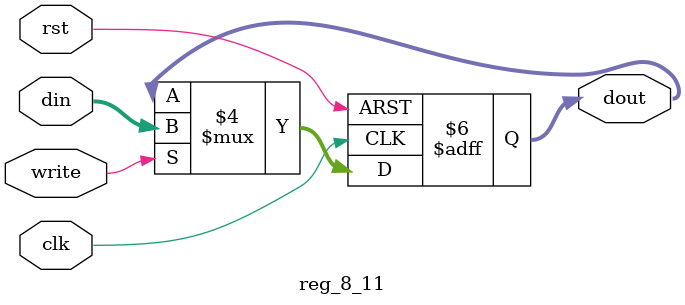
<source format=v>
module reg_8_11(clk,rst,write,din,dout);

output [7:0] dout;
input  clk,rst,write;
input  [7:0] din;

reg [7:0] dout;

always @ (posedge clk or negedge rst)
	begin
		if(!rst)
			dout  <= 8'ha2;
		else 
		  if(write)
					 dout<=din;
		  else 
					 dout<=dout;
	end

endmodule
</source>
